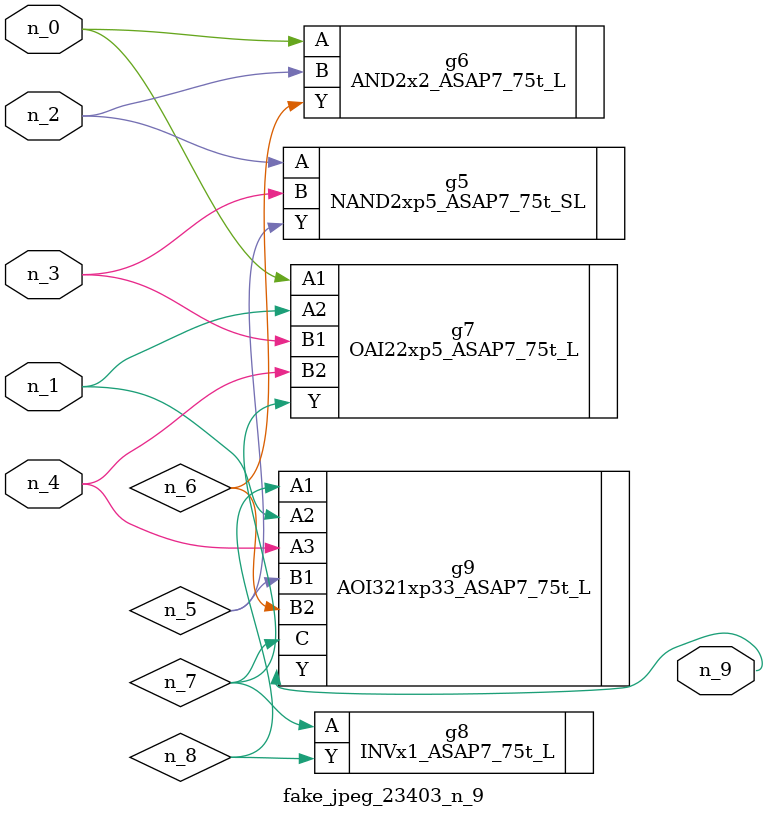
<source format=v>
module fake_jpeg_23403_n_9 (n_3, n_2, n_1, n_0, n_4, n_9);

input n_3;
input n_2;
input n_1;
input n_0;
input n_4;

output n_9;

wire n_8;
wire n_6;
wire n_5;
wire n_7;

NAND2xp5_ASAP7_75t_SL g5 ( 
.A(n_2),
.B(n_3),
.Y(n_5)
);

AND2x2_ASAP7_75t_L g6 ( 
.A(n_0),
.B(n_2),
.Y(n_6)
);

OAI22xp5_ASAP7_75t_L g7 ( 
.A1(n_0),
.A2(n_1),
.B1(n_3),
.B2(n_4),
.Y(n_7)
);

INVx1_ASAP7_75t_L g8 ( 
.A(n_7),
.Y(n_8)
);

AOI321xp33_ASAP7_75t_L g9 ( 
.A1(n_8),
.A2(n_1),
.A3(n_4),
.B1(n_5),
.B2(n_6),
.C(n_7),
.Y(n_9)
);


endmodule
</source>
